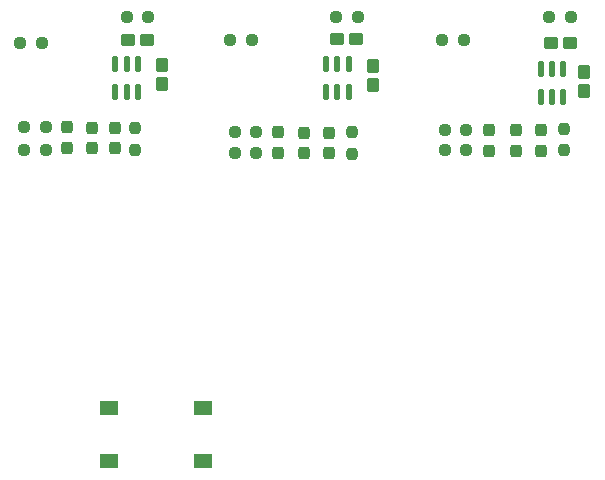
<source format=gbr>
%TF.GenerationSoftware,KiCad,Pcbnew,(6.0.1-0)*%
%TF.CreationDate,2022-03-13T12:33:57+03:30*%
%TF.ProjectId,touch_panel,746f7563-685f-4706-916e-656c2e6b6963,rev?*%
%TF.SameCoordinates,Original*%
%TF.FileFunction,Paste,Top*%
%TF.FilePolarity,Positive*%
%FSLAX46Y46*%
G04 Gerber Fmt 4.6, Leading zero omitted, Abs format (unit mm)*
G04 Created by KiCad (PCBNEW (6.0.1-0)) date 2022-03-13 12:33:57*
%MOMM*%
%LPD*%
G01*
G04 APERTURE LIST*
G04 Aperture macros list*
%AMRoundRect*
0 Rectangle with rounded corners*
0 $1 Rounding radius*
0 $2 $3 $4 $5 $6 $7 $8 $9 X,Y pos of 4 corners*
0 Add a 4 corners polygon primitive as box body*
4,1,4,$2,$3,$4,$5,$6,$7,$8,$9,$2,$3,0*
0 Add four circle primitives for the rounded corners*
1,1,$1+$1,$2,$3*
1,1,$1+$1,$4,$5*
1,1,$1+$1,$6,$7*
1,1,$1+$1,$8,$9*
0 Add four rect primitives between the rounded corners*
20,1,$1+$1,$2,$3,$4,$5,0*
20,1,$1+$1,$4,$5,$6,$7,0*
20,1,$1+$1,$6,$7,$8,$9,0*
20,1,$1+$1,$8,$9,$2,$3,0*%
G04 Aperture macros list end*
%ADD10RoundRect,0.237500X-0.250000X-0.237500X0.250000X-0.237500X0.250000X0.237500X-0.250000X0.237500X0*%
%ADD11RoundRect,0.193800X-0.091200X-0.481200X0.091200X-0.481200X0.091200X0.481200X-0.091200X0.481200X0*%
%ADD12RoundRect,0.237500X0.237500X-0.287500X0.237500X0.287500X-0.237500X0.287500X-0.237500X-0.287500X0*%
%ADD13R,1.550000X1.300000*%
%ADD14RoundRect,0.250000X0.375000X0.275000X-0.375000X0.275000X-0.375000X-0.275000X0.375000X-0.275000X0*%
%ADD15RoundRect,0.237500X0.237500X-0.250000X0.237500X0.250000X-0.237500X0.250000X-0.237500X-0.250000X0*%
%ADD16RoundRect,0.250000X0.275000X-0.375000X0.275000X0.375000X-0.275000X0.375000X-0.275000X-0.375000X0*%
%ADD17RoundRect,0.237500X0.250000X0.237500X-0.250000X0.237500X-0.250000X-0.237500X0.250000X-0.237500X0*%
G04 APERTURE END LIST*
D10*
%TO.C,R1*%
X108887500Y-87050000D03*
X110712500Y-87050000D03*
%TD*%
D11*
%TO.C,U2*%
X134800000Y-91185000D03*
X135750000Y-91185000D03*
X136700000Y-91185000D03*
X136700000Y-88815000D03*
X135750000Y-88815000D03*
X134800000Y-88815000D03*
%TD*%
D12*
%TO.C,D5*%
X148550000Y-96175000D03*
X148550000Y-94425000D03*
%TD*%
D13*
%TO.C,SW1*%
X116375000Y-117950000D03*
X124325000Y-117950000D03*
X116375000Y-122450000D03*
X124325000Y-122450000D03*
%TD*%
D10*
%TO.C,R12*%
X127037500Y-94600000D03*
X128862500Y-94600000D03*
%TD*%
D14*
%TO.C,C6*%
X155400000Y-87050000D03*
X153800000Y-87050000D03*
%TD*%
D15*
%TO.C,R21*%
X154900000Y-96162500D03*
X154900000Y-94337500D03*
%TD*%
D10*
%TO.C,R7*%
X126687500Y-86850000D03*
X128512500Y-86850000D03*
%TD*%
%TO.C,R17*%
X144825000Y-96150000D03*
X146650000Y-96150000D03*
%TD*%
D16*
%TO.C,C1*%
X120900000Y-90500000D03*
X120900000Y-88900000D03*
%TD*%
D17*
%TO.C,R2*%
X119725000Y-84850000D03*
X117900000Y-84850000D03*
%TD*%
D15*
%TO.C,R20*%
X136950000Y-96462500D03*
X136950000Y-94637500D03*
%TD*%
D16*
%TO.C,C3*%
X138750000Y-90600000D03*
X138750000Y-89000000D03*
%TD*%
D10*
%TO.C,R6*%
X109225000Y-94200000D03*
X111050000Y-94200000D03*
%TD*%
D12*
%TO.C,D2*%
X114937500Y-95975000D03*
X114937500Y-94225000D03*
%TD*%
D17*
%TO.C,R14*%
X155512500Y-84850000D03*
X153687500Y-84850000D03*
%TD*%
D12*
%TO.C,D8*%
X135050000Y-96400000D03*
X135050000Y-94650000D03*
%TD*%
D15*
%TO.C,R19*%
X118650000Y-96100000D03*
X118650000Y-94275000D03*
%TD*%
D11*
%TO.C,U3*%
X152950000Y-91635000D03*
X153900000Y-91635000D03*
X154850000Y-91635000D03*
X154850000Y-89265000D03*
X153900000Y-89265000D03*
X152950000Y-89265000D03*
%TD*%
D14*
%TO.C,C2*%
X119600000Y-86800000D03*
X118000000Y-86800000D03*
%TD*%
D12*
%TO.C,D7*%
X116887500Y-95975000D03*
X116887500Y-94225000D03*
%TD*%
%TO.C,D3*%
X130700000Y-96375000D03*
X130700000Y-94625000D03*
%TD*%
D10*
%TO.C,R11*%
X127037500Y-96400000D03*
X128862500Y-96400000D03*
%TD*%
D12*
%TO.C,D9*%
X153000000Y-96175000D03*
X153000000Y-94425000D03*
%TD*%
%TO.C,D6*%
X150850000Y-96175000D03*
X150850000Y-94425000D03*
%TD*%
%TO.C,D4*%
X132950000Y-96400000D03*
X132950000Y-94650000D03*
%TD*%
D11*
%TO.C,U1*%
X116950000Y-91232500D03*
X117900000Y-91232500D03*
X118850000Y-91232500D03*
X118850000Y-88862500D03*
X117900000Y-88862500D03*
X116950000Y-88862500D03*
%TD*%
D12*
%TO.C,D1*%
X112887500Y-95950000D03*
X112887500Y-94200000D03*
%TD*%
D10*
%TO.C,R5*%
X109237500Y-96100000D03*
X111062500Y-96100000D03*
%TD*%
D16*
%TO.C,C5*%
X156650000Y-91100000D03*
X156650000Y-89500000D03*
%TD*%
D14*
%TO.C,C4*%
X137350000Y-86700000D03*
X135750000Y-86700000D03*
%TD*%
D17*
%TO.C,R8*%
X137450000Y-84850000D03*
X135625000Y-84850000D03*
%TD*%
D10*
%TO.C,R18*%
X144825000Y-94400000D03*
X146650000Y-94400000D03*
%TD*%
%TO.C,R13*%
X144637500Y-86850000D03*
X146462500Y-86850000D03*
%TD*%
M02*

</source>
